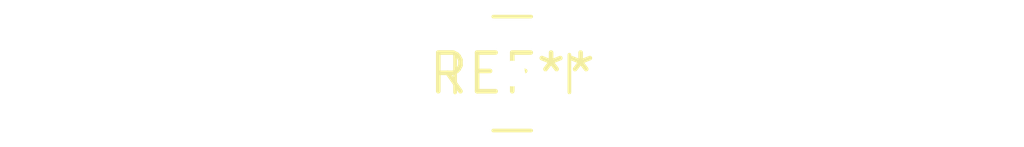
<source format=kicad_pcb>
(kicad_pcb (version 20240108) (generator pcbnew)
  (layers (0 "F.Cu" signal) (31 "B.Cu" signal) (34 "B.Paste" user) (35 "F.Paste" user) (36 "B.SilkS" user "B.Silkscreen") (37 "F.SilkS" user "F.Silkscreen") (38 "B.Mask" user) (39 "F.Mask" user) (44 "Edge.Cuts" user))
  (net 0 "")
  (footprint "MMCX_Molex_73415-1471_Vertical" (layer "F.Cu") (at 0 0)
    (property "Reference" "REF**")
    (property "Value" "MMCX_Molex_73415-1471_Vertical")
    (fp_line (start -1.87 0.62) (end -1.87 -0.62) (layer "F.SilkS") (stroke (width 0.12)))
    (fp_line (start 0.62 -1.87) (end -0.62 -1.87) (layer "F.SilkS") (stroke (width 0.12)))
    (fp_line (start 0.62 1.87) (end -0.62 1.87) (layer "F.SilkS") (stroke (width 0.12)))
    (fp_line (start 1.87 0.62) (end 1.87 -0.62) (layer "F.SilkS") (stroke (width 0.12)))
    (pad "1" thru_hole circle (at 0 0) (size 1.24 1.24) (drill 0.84) (layers *.Cu *.Mask) (remove_unused_layers))
    (pad "2" thru_hole circle (at -1.27 -1.27) (size 1.24 1.24) (drill 0.84) (layers *.Cu *.Mask) (remove_unused_layers))
    (pad "2" thru_hole circle (at -1.27 1.27) (size 1.24 1.24) (drill 0.84) (layers *.Cu *.Mask) (remove_unused_layers))
    (pad "2" thru_hole circle (at 1.27 -1.27) (size 1.24 1.24) (drill 0.84) (layers *.Cu *.Mask) (remove_unused_layers))
    (pad "2" thru_hole circle (at 1.27 1.27) (size 1.24 1.24) (drill 0.84) (layers *.Cu *.Mask) (remove_unused_layers))
  )
)
</source>
